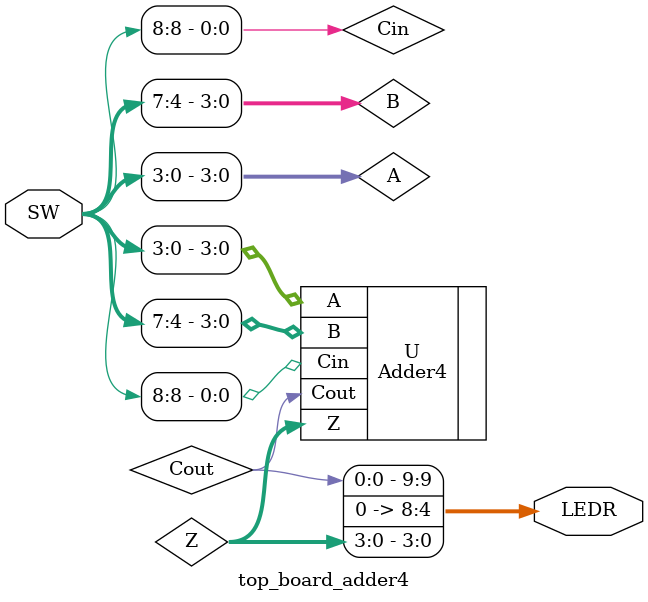
<source format=v>
module top_board_adder4(
    input  [9:0] SW,    // SW[3:0]=A, SW[7:4]=B, SW[8]=Cin
    output [9:0] LEDR
);
    wire [3:0] A = SW[3:0];
    wire [3:0] B = SW[7:4];
    wire       Cin = SW[8];

    wire [3:0] Z;
    wire       Cout;

    Adder4 U(.A(A), .B(B), .Cin(Cin), .Z(Z), .Cout(Cout));

    assign LEDR[3:0] = Z;
    assign LEDR[9]   = Cout;
    assign LEDR[8:4] = 5'b0;
endmodule

</source>
